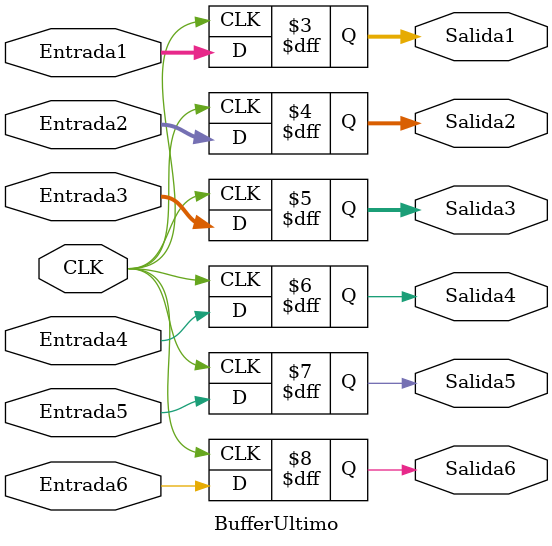
<source format=v>
`timescale 1ns/1ns

module BufferInstructionMemory(
	input [31:0]Entrada1,
	input [31:0]Entrada2,
	input CLK,
	
	output reg [31:0]Salida1,
	output reg [31:0]Salida2
);

//	    OP	   RS   RT    RD   SHAMT FUNCTION
initial
begin
	Salida1 = 32'b0;
	Salida2 = 32'b0;

end

always @(posedge CLK)
	begin
		Salida1 = Entrada1;
		Salida2 = Entrada2;
	end

endmodule

module BufferBancoRegistros(
	input [31:0]Entrada1,
	input [31:0]Entrada2,
	input [31:0]Entrada3,
	input [31:0]Entrada4,
	input [4:0]Entrada5,
	input [4:0]Entrada6,
	input Entrada7,
	input [2:0]Entrada8,
	input Entrada9,
	input Entrada10,
	input Entrada11,
	input Entrada12,
	input Entrada13,
	input Entrada14,
	input Entrada15,

	input CLK,
	
	output reg [31:0]Salida1,
	output reg [31:0]Salida2,
	output reg [31:0]Salida3,
	output reg [31:0]Salida4,
	output reg [4:0]Salida5,
	output reg [4:0]Salida6,
	output reg Salida7,
	output reg [2:0]Salida8,
	output reg Salida9,
	output reg Salida10,
	output reg Salida11,
	output reg Salida12,
	output reg Salida13,
	output reg Salida14,
	output reg Salida15
);

//	    OP	   RS   RT    RD   SHAMT FUNCTION
initial
begin
	Salida1 = 32'b0;
	Salida2 = 32'b0;
	Salida3 = 32'b0;
	Salida4 = 32'b0;
	Salida5 = 5'b0;
	Salida6 = 5'b0;
	Salida7 = 1'b0;
	Salida8 = 3'b0;
	Salida9 = 1'b0;
	Salida10 = 1'b0;
	Salida11 = 1'b0;
	Salida12 = 1'b0;
	Salida13 = 1'b0;
	Salida14 = 1'b0;
	Salida15 = 1'b0;
end

always @(posedge CLK)
	begin
		Salida1 = Entrada1;
		Salida2 = Entrada2;
		Salida3 = Entrada3;
		Salida4 = Entrada4;
		Salida5 = Entrada5;
		Salida6 = Entrada6;
		Salida7 = Entrada7;
		Salida8 = Entrada8;
		Salida9 = Entrada9;
		Salida10 = Entrada10;
		Salida11 = Entrada11;
		Salida12 = Entrada12;
		Salida13 = Entrada13;
		Salida14 = Entrada14;
		Salida15 = Entrada15;
	end
endmodule

module BufferALU(
	input [31:0]Entrada1,
	input Entrada2,
	input [31:0]Entrada3,
	input [31:0]Entrada4,
	input [4:0]Entrada5,
	input Entrada6,
	input Entrada7,
	input Entrada8,
	input Entrada9,
	input Entrada10,
	input Entrada11,
	input CLK,
	
	output reg [31:0]Salida1,
	output reg Salida2,
	output reg [31:0]Salida3,
	output reg [31:0]Salida4,
	output reg [4:0]Salida5,
	output reg Salida6,
	output reg Salida7,
	output reg Salida8,
	output reg Salida9,
	output reg Salida10,
	output reg Salida11
);

//	    OP	   RS   RT    RD   SHAMT FUNCTION
initial
begin
	Salida1 = 32'b0;
	Salida2 = 1'b0;
	Salida3 = 32'b0;
	Salida4 = 32'b0;
	Salida5 = 5'b0;
	Salida6 = 1'b0;
	Salida7 = 1'b0;
	Salida8 = 1'b0;
	Salida9 = 1'b0;
	Salida10 = 1'b0;
	Salida11 = 1'b0;

end

always @(posedge CLK)
	begin
		Salida1 = Entrada1;
		Salida2 = Entrada2;
		Salida3 = Entrada3;
		Salida4 = Entrada4;
		Salida5 = Entrada5;
		Salida6 = Entrada6;
		Salida7 = Entrada7;
		Salida8 = Entrada8;
		Salida9 = Entrada9;
		Salida10 = Entrada10;
		Salida11 = Entrada11;
	end

endmodule

module BufferUltimo(
	input [31:0]Entrada1,
	input [31:0]Entrada2,
	input [4:0]Entrada3,
	input Entrada4,
	input Entrada5,
	input Entrada6,
	input CLK,
	
	output reg [31:0]Salida1,
	output reg [31:0]Salida2,
	output reg [4:0]Salida3,
	output reg Salida4,
	output reg Salida5,
	output reg Salida6
);

//	    OP	   RS   RT    RD   SHAMT FUNCTION

initial
begin
	Salida1 = 32'b0;
	Salida2 = 32'b0;
	Salida3 = 5'b0;
	Salida4 = 1'b0;
	Salida5 = 1'b0;
	Salida6 = 1'b0;

end

always @(posedge CLK)
	begin
		Salida1 = Entrada1;
		Salida2 = Entrada2;
		Salida3 = Entrada3;
		Salida4 = Entrada4;
		Salida5 = Entrada5;
		Salida6 = Entrada6;
	end

endmodule
</source>
